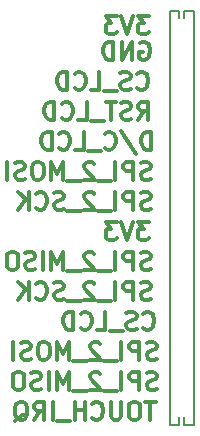
<source format=gbo>
G04 #@! TF.FileFunction,Legend,Bot*
%FSLAX46Y46*%
G04 Gerber Fmt 4.6, Leading zero omitted, Abs format (unit mm)*
G04 Created by KiCad (PCBNEW 4.0.6) date 09/11/17 10:51:36*
%MOMM*%
%LPD*%
G01*
G04 APERTURE LIST*
%ADD10C,0.100000*%
%ADD11C,0.300000*%
%ADD12C,0.150000*%
%ADD13C,1.524000*%
%ADD14C,3.200000*%
%ADD15R,1.850000X1.850000*%
%ADD16C,1.850000*%
%ADD17C,0.900000*%
%ADD18R,1.600000X1.200000*%
G04 APERTURE END LIST*
D10*
D11*
X197008001Y-83506571D02*
X196150858Y-83506571D01*
X196579429Y-85006571D02*
X196579429Y-83506571D01*
X195365144Y-83506571D02*
X195079430Y-83506571D01*
X194936572Y-83578000D01*
X194793715Y-83720857D01*
X194722287Y-84006571D01*
X194722287Y-84506571D01*
X194793715Y-84792286D01*
X194936572Y-84935143D01*
X195079430Y-85006571D01*
X195365144Y-85006571D01*
X195508001Y-84935143D01*
X195650858Y-84792286D01*
X195722287Y-84506571D01*
X195722287Y-84006571D01*
X195650858Y-83720857D01*
X195508001Y-83578000D01*
X195365144Y-83506571D01*
X194079429Y-83506571D02*
X194079429Y-84720857D01*
X194008001Y-84863714D01*
X193936572Y-84935143D01*
X193793715Y-85006571D01*
X193508001Y-85006571D01*
X193365143Y-84935143D01*
X193293715Y-84863714D01*
X193222286Y-84720857D01*
X193222286Y-83506571D01*
X191650857Y-84863714D02*
X191722286Y-84935143D01*
X191936572Y-85006571D01*
X192079429Y-85006571D01*
X192293714Y-84935143D01*
X192436572Y-84792286D01*
X192508000Y-84649429D01*
X192579429Y-84363714D01*
X192579429Y-84149429D01*
X192508000Y-83863714D01*
X192436572Y-83720857D01*
X192293714Y-83578000D01*
X192079429Y-83506571D01*
X191936572Y-83506571D01*
X191722286Y-83578000D01*
X191650857Y-83649429D01*
X191008000Y-85006571D02*
X191008000Y-83506571D01*
X191008000Y-84220857D02*
X190150857Y-84220857D01*
X190150857Y-85006571D02*
X190150857Y-83506571D01*
X189793714Y-85149429D02*
X188650857Y-85149429D01*
X188293714Y-85006571D02*
X188293714Y-83506571D01*
X186722285Y-85006571D02*
X187222285Y-84292286D01*
X187579428Y-85006571D02*
X187579428Y-83506571D01*
X187008000Y-83506571D01*
X186865142Y-83578000D01*
X186793714Y-83649429D01*
X186722285Y-83792286D01*
X186722285Y-84006571D01*
X186793714Y-84149429D01*
X186865142Y-84220857D01*
X187008000Y-84292286D01*
X187579428Y-84292286D01*
X185079428Y-85149429D02*
X185222285Y-85078000D01*
X185365142Y-84935143D01*
X185579428Y-84720857D01*
X185722285Y-84649429D01*
X185865142Y-84649429D01*
X185793714Y-85006571D02*
X185936571Y-84935143D01*
X186079428Y-84792286D01*
X186150857Y-84506571D01*
X186150857Y-84006571D01*
X186079428Y-83720857D01*
X185936571Y-83578000D01*
X185793714Y-83506571D01*
X185508000Y-83506571D01*
X185365142Y-83578000D01*
X185222285Y-83720857D01*
X185150857Y-84006571D01*
X185150857Y-84506571D01*
X185222285Y-84792286D01*
X185365142Y-84935143D01*
X185508000Y-85006571D01*
X185793714Y-85006571D01*
X197115143Y-82395143D02*
X196900857Y-82466571D01*
X196543714Y-82466571D01*
X196400857Y-82395143D01*
X196329428Y-82323714D01*
X196258000Y-82180857D01*
X196258000Y-82038000D01*
X196329428Y-81895143D01*
X196400857Y-81823714D01*
X196543714Y-81752286D01*
X196829428Y-81680857D01*
X196972286Y-81609429D01*
X197043714Y-81538000D01*
X197115143Y-81395143D01*
X197115143Y-81252286D01*
X197043714Y-81109429D01*
X196972286Y-81038000D01*
X196829428Y-80966571D01*
X196472286Y-80966571D01*
X196258000Y-81038000D01*
X195615143Y-82466571D02*
X195615143Y-80966571D01*
X195043715Y-80966571D01*
X194900857Y-81038000D01*
X194829429Y-81109429D01*
X194758000Y-81252286D01*
X194758000Y-81466571D01*
X194829429Y-81609429D01*
X194900857Y-81680857D01*
X195043715Y-81752286D01*
X195615143Y-81752286D01*
X194115143Y-82466571D02*
X194115143Y-80966571D01*
X193758000Y-82609429D02*
X192615143Y-82609429D01*
X192329429Y-81109429D02*
X192258000Y-81038000D01*
X192115143Y-80966571D01*
X191758000Y-80966571D01*
X191615143Y-81038000D01*
X191543714Y-81109429D01*
X191472286Y-81252286D01*
X191472286Y-81395143D01*
X191543714Y-81609429D01*
X192400857Y-82466571D01*
X191472286Y-82466571D01*
X191186572Y-82609429D02*
X190043715Y-82609429D01*
X189686572Y-82466571D02*
X189686572Y-80966571D01*
X189186572Y-82038000D01*
X188686572Y-80966571D01*
X188686572Y-82466571D01*
X187972286Y-82466571D02*
X187972286Y-80966571D01*
X187329429Y-82395143D02*
X187115143Y-82466571D01*
X186758000Y-82466571D01*
X186615143Y-82395143D01*
X186543714Y-82323714D01*
X186472286Y-82180857D01*
X186472286Y-82038000D01*
X186543714Y-81895143D01*
X186615143Y-81823714D01*
X186758000Y-81752286D01*
X187043714Y-81680857D01*
X187186572Y-81609429D01*
X187258000Y-81538000D01*
X187329429Y-81395143D01*
X187329429Y-81252286D01*
X187258000Y-81109429D01*
X187186572Y-81038000D01*
X187043714Y-80966571D01*
X186686572Y-80966571D01*
X186472286Y-81038000D01*
X185543715Y-80966571D02*
X185258001Y-80966571D01*
X185115143Y-81038000D01*
X184972286Y-81180857D01*
X184900858Y-81466571D01*
X184900858Y-81966571D01*
X184972286Y-82252286D01*
X185115143Y-82395143D01*
X185258001Y-82466571D01*
X185543715Y-82466571D01*
X185686572Y-82395143D01*
X185829429Y-82252286D01*
X185900858Y-81966571D01*
X185900858Y-81466571D01*
X185829429Y-81180857D01*
X185686572Y-81038000D01*
X185543715Y-80966571D01*
X197115143Y-79855143D02*
X196900857Y-79926571D01*
X196543714Y-79926571D01*
X196400857Y-79855143D01*
X196329428Y-79783714D01*
X196258000Y-79640857D01*
X196258000Y-79498000D01*
X196329428Y-79355143D01*
X196400857Y-79283714D01*
X196543714Y-79212286D01*
X196829428Y-79140857D01*
X196972286Y-79069429D01*
X197043714Y-78998000D01*
X197115143Y-78855143D01*
X197115143Y-78712286D01*
X197043714Y-78569429D01*
X196972286Y-78498000D01*
X196829428Y-78426571D01*
X196472286Y-78426571D01*
X196258000Y-78498000D01*
X195615143Y-79926571D02*
X195615143Y-78426571D01*
X195043715Y-78426571D01*
X194900857Y-78498000D01*
X194829429Y-78569429D01*
X194758000Y-78712286D01*
X194758000Y-78926571D01*
X194829429Y-79069429D01*
X194900857Y-79140857D01*
X195043715Y-79212286D01*
X195615143Y-79212286D01*
X194115143Y-79926571D02*
X194115143Y-78426571D01*
X193758000Y-80069429D02*
X192615143Y-80069429D01*
X192329429Y-78569429D02*
X192258000Y-78498000D01*
X192115143Y-78426571D01*
X191758000Y-78426571D01*
X191615143Y-78498000D01*
X191543714Y-78569429D01*
X191472286Y-78712286D01*
X191472286Y-78855143D01*
X191543714Y-79069429D01*
X192400857Y-79926571D01*
X191472286Y-79926571D01*
X191186572Y-80069429D02*
X190043715Y-80069429D01*
X189686572Y-79926571D02*
X189686572Y-78426571D01*
X189186572Y-79498000D01*
X188686572Y-78426571D01*
X188686572Y-79926571D01*
X187686572Y-78426571D02*
X187400858Y-78426571D01*
X187258000Y-78498000D01*
X187115143Y-78640857D01*
X187043715Y-78926571D01*
X187043715Y-79426571D01*
X187115143Y-79712286D01*
X187258000Y-79855143D01*
X187400858Y-79926571D01*
X187686572Y-79926571D01*
X187829429Y-79855143D01*
X187972286Y-79712286D01*
X188043715Y-79426571D01*
X188043715Y-78926571D01*
X187972286Y-78640857D01*
X187829429Y-78498000D01*
X187686572Y-78426571D01*
X186472286Y-79855143D02*
X186258000Y-79926571D01*
X185900857Y-79926571D01*
X185758000Y-79855143D01*
X185686571Y-79783714D01*
X185615143Y-79640857D01*
X185615143Y-79498000D01*
X185686571Y-79355143D01*
X185758000Y-79283714D01*
X185900857Y-79212286D01*
X186186571Y-79140857D01*
X186329429Y-79069429D01*
X186400857Y-78998000D01*
X186472286Y-78855143D01*
X186472286Y-78712286D01*
X186400857Y-78569429D01*
X186329429Y-78498000D01*
X186186571Y-78426571D01*
X185829429Y-78426571D01*
X185615143Y-78498000D01*
X184972286Y-79926571D02*
X184972286Y-78426571D01*
X195968571Y-77243714D02*
X196040000Y-77315143D01*
X196254286Y-77386571D01*
X196397143Y-77386571D01*
X196611428Y-77315143D01*
X196754286Y-77172286D01*
X196825714Y-77029429D01*
X196897143Y-76743714D01*
X196897143Y-76529429D01*
X196825714Y-76243714D01*
X196754286Y-76100857D01*
X196611428Y-75958000D01*
X196397143Y-75886571D01*
X196254286Y-75886571D01*
X196040000Y-75958000D01*
X195968571Y-76029429D01*
X195397143Y-77315143D02*
X195182857Y-77386571D01*
X194825714Y-77386571D01*
X194682857Y-77315143D01*
X194611428Y-77243714D01*
X194540000Y-77100857D01*
X194540000Y-76958000D01*
X194611428Y-76815143D01*
X194682857Y-76743714D01*
X194825714Y-76672286D01*
X195111428Y-76600857D01*
X195254286Y-76529429D01*
X195325714Y-76458000D01*
X195397143Y-76315143D01*
X195397143Y-76172286D01*
X195325714Y-76029429D01*
X195254286Y-75958000D01*
X195111428Y-75886571D01*
X194754286Y-75886571D01*
X194540000Y-75958000D01*
X194254286Y-77529429D02*
X193111429Y-77529429D01*
X192040000Y-77386571D02*
X192754286Y-77386571D01*
X192754286Y-75886571D01*
X190682857Y-77243714D02*
X190754286Y-77315143D01*
X190968572Y-77386571D01*
X191111429Y-77386571D01*
X191325714Y-77315143D01*
X191468572Y-77172286D01*
X191540000Y-77029429D01*
X191611429Y-76743714D01*
X191611429Y-76529429D01*
X191540000Y-76243714D01*
X191468572Y-76100857D01*
X191325714Y-75958000D01*
X191111429Y-75886571D01*
X190968572Y-75886571D01*
X190754286Y-75958000D01*
X190682857Y-76029429D01*
X190040000Y-77386571D02*
X190040000Y-75886571D01*
X189682857Y-75886571D01*
X189468572Y-75958000D01*
X189325714Y-76100857D01*
X189254286Y-76243714D01*
X189182857Y-76529429D01*
X189182857Y-76743714D01*
X189254286Y-77029429D01*
X189325714Y-77172286D01*
X189468572Y-77315143D01*
X189682857Y-77386571D01*
X190040000Y-77386571D01*
X196615142Y-74775143D02*
X196400856Y-74846571D01*
X196043713Y-74846571D01*
X195900856Y-74775143D01*
X195829427Y-74703714D01*
X195757999Y-74560857D01*
X195757999Y-74418000D01*
X195829427Y-74275143D01*
X195900856Y-74203714D01*
X196043713Y-74132286D01*
X196329427Y-74060857D01*
X196472285Y-73989429D01*
X196543713Y-73918000D01*
X196615142Y-73775143D01*
X196615142Y-73632286D01*
X196543713Y-73489429D01*
X196472285Y-73418000D01*
X196329427Y-73346571D01*
X195972285Y-73346571D01*
X195757999Y-73418000D01*
X195115142Y-74846571D02*
X195115142Y-73346571D01*
X194543714Y-73346571D01*
X194400856Y-73418000D01*
X194329428Y-73489429D01*
X194257999Y-73632286D01*
X194257999Y-73846571D01*
X194329428Y-73989429D01*
X194400856Y-74060857D01*
X194543714Y-74132286D01*
X195115142Y-74132286D01*
X193615142Y-74846571D02*
X193615142Y-73346571D01*
X193257999Y-74989429D02*
X192115142Y-74989429D01*
X191829428Y-73489429D02*
X191757999Y-73418000D01*
X191615142Y-73346571D01*
X191257999Y-73346571D01*
X191115142Y-73418000D01*
X191043713Y-73489429D01*
X190972285Y-73632286D01*
X190972285Y-73775143D01*
X191043713Y-73989429D01*
X191900856Y-74846571D01*
X190972285Y-74846571D01*
X190686571Y-74989429D02*
X189543714Y-74989429D01*
X189258000Y-74775143D02*
X189043714Y-74846571D01*
X188686571Y-74846571D01*
X188543714Y-74775143D01*
X188472285Y-74703714D01*
X188400857Y-74560857D01*
X188400857Y-74418000D01*
X188472285Y-74275143D01*
X188543714Y-74203714D01*
X188686571Y-74132286D01*
X188972285Y-74060857D01*
X189115143Y-73989429D01*
X189186571Y-73918000D01*
X189258000Y-73775143D01*
X189258000Y-73632286D01*
X189186571Y-73489429D01*
X189115143Y-73418000D01*
X188972285Y-73346571D01*
X188615143Y-73346571D01*
X188400857Y-73418000D01*
X186900857Y-74703714D02*
X186972286Y-74775143D01*
X187186572Y-74846571D01*
X187329429Y-74846571D01*
X187543714Y-74775143D01*
X187686572Y-74632286D01*
X187758000Y-74489429D01*
X187829429Y-74203714D01*
X187829429Y-73989429D01*
X187758000Y-73703714D01*
X187686572Y-73560857D01*
X187543714Y-73418000D01*
X187329429Y-73346571D01*
X187186572Y-73346571D01*
X186972286Y-73418000D01*
X186900857Y-73489429D01*
X186258000Y-74846571D02*
X186258000Y-73346571D01*
X185400857Y-74846571D02*
X186043714Y-73989429D01*
X185400857Y-73346571D02*
X186258000Y-74203714D01*
X196607143Y-72235143D02*
X196392857Y-72306571D01*
X196035714Y-72306571D01*
X195892857Y-72235143D01*
X195821428Y-72163714D01*
X195750000Y-72020857D01*
X195750000Y-71878000D01*
X195821428Y-71735143D01*
X195892857Y-71663714D01*
X196035714Y-71592286D01*
X196321428Y-71520857D01*
X196464286Y-71449429D01*
X196535714Y-71378000D01*
X196607143Y-71235143D01*
X196607143Y-71092286D01*
X196535714Y-70949429D01*
X196464286Y-70878000D01*
X196321428Y-70806571D01*
X195964286Y-70806571D01*
X195750000Y-70878000D01*
X195107143Y-72306571D02*
X195107143Y-70806571D01*
X194535715Y-70806571D01*
X194392857Y-70878000D01*
X194321429Y-70949429D01*
X194250000Y-71092286D01*
X194250000Y-71306571D01*
X194321429Y-71449429D01*
X194392857Y-71520857D01*
X194535715Y-71592286D01*
X195107143Y-71592286D01*
X193607143Y-72306571D02*
X193607143Y-70806571D01*
X193250000Y-72449429D02*
X192107143Y-72449429D01*
X191821429Y-70949429D02*
X191750000Y-70878000D01*
X191607143Y-70806571D01*
X191250000Y-70806571D01*
X191107143Y-70878000D01*
X191035714Y-70949429D01*
X190964286Y-71092286D01*
X190964286Y-71235143D01*
X191035714Y-71449429D01*
X191892857Y-72306571D01*
X190964286Y-72306571D01*
X190678572Y-72449429D02*
X189535715Y-72449429D01*
X189178572Y-72306571D02*
X189178572Y-70806571D01*
X188678572Y-71878000D01*
X188178572Y-70806571D01*
X188178572Y-72306571D01*
X187464286Y-72306571D02*
X187464286Y-70806571D01*
X186821429Y-72235143D02*
X186607143Y-72306571D01*
X186250000Y-72306571D01*
X186107143Y-72235143D01*
X186035714Y-72163714D01*
X185964286Y-72020857D01*
X185964286Y-71878000D01*
X186035714Y-71735143D01*
X186107143Y-71663714D01*
X186250000Y-71592286D01*
X186535714Y-71520857D01*
X186678572Y-71449429D01*
X186750000Y-71378000D01*
X186821429Y-71235143D01*
X186821429Y-71092286D01*
X186750000Y-70949429D01*
X186678572Y-70878000D01*
X186535714Y-70806571D01*
X186178572Y-70806571D01*
X185964286Y-70878000D01*
X185035715Y-70806571D02*
X184750001Y-70806571D01*
X184607143Y-70878000D01*
X184464286Y-71020857D01*
X184392858Y-71306571D01*
X184392858Y-71806571D01*
X184464286Y-72092286D01*
X184607143Y-72235143D01*
X184750001Y-72306571D01*
X185035715Y-72306571D01*
X185178572Y-72235143D01*
X185321429Y-72092286D01*
X185392858Y-71806571D01*
X185392858Y-71306571D01*
X185321429Y-71020857D01*
X185178572Y-70878000D01*
X185035715Y-70806571D01*
X196421142Y-68266571D02*
X195492571Y-68266571D01*
X195992571Y-68838000D01*
X195778285Y-68838000D01*
X195635428Y-68909429D01*
X195563999Y-68980857D01*
X195492571Y-69123714D01*
X195492571Y-69480857D01*
X195563999Y-69623714D01*
X195635428Y-69695143D01*
X195778285Y-69766571D01*
X196206857Y-69766571D01*
X196349714Y-69695143D01*
X196421142Y-69623714D01*
X195064000Y-68266571D02*
X194564000Y-69766571D01*
X194064000Y-68266571D01*
X193706857Y-68266571D02*
X192778286Y-68266571D01*
X193278286Y-68838000D01*
X193064000Y-68838000D01*
X192921143Y-68909429D01*
X192849714Y-68980857D01*
X192778286Y-69123714D01*
X192778286Y-69480857D01*
X192849714Y-69623714D01*
X192921143Y-69695143D01*
X193064000Y-69766571D01*
X193492572Y-69766571D01*
X193635429Y-69695143D01*
X193706857Y-69623714D01*
X196615142Y-67155143D02*
X196400856Y-67226571D01*
X196043713Y-67226571D01*
X195900856Y-67155143D01*
X195829427Y-67083714D01*
X195757999Y-66940857D01*
X195757999Y-66798000D01*
X195829427Y-66655143D01*
X195900856Y-66583714D01*
X196043713Y-66512286D01*
X196329427Y-66440857D01*
X196472285Y-66369429D01*
X196543713Y-66298000D01*
X196615142Y-66155143D01*
X196615142Y-66012286D01*
X196543713Y-65869429D01*
X196472285Y-65798000D01*
X196329427Y-65726571D01*
X195972285Y-65726571D01*
X195757999Y-65798000D01*
X195115142Y-67226571D02*
X195115142Y-65726571D01*
X194543714Y-65726571D01*
X194400856Y-65798000D01*
X194329428Y-65869429D01*
X194257999Y-66012286D01*
X194257999Y-66226571D01*
X194329428Y-66369429D01*
X194400856Y-66440857D01*
X194543714Y-66512286D01*
X195115142Y-66512286D01*
X193615142Y-67226571D02*
X193615142Y-65726571D01*
X193257999Y-67369429D02*
X192115142Y-67369429D01*
X191829428Y-65869429D02*
X191757999Y-65798000D01*
X191615142Y-65726571D01*
X191257999Y-65726571D01*
X191115142Y-65798000D01*
X191043713Y-65869429D01*
X190972285Y-66012286D01*
X190972285Y-66155143D01*
X191043713Y-66369429D01*
X191900856Y-67226571D01*
X190972285Y-67226571D01*
X190686571Y-67369429D02*
X189543714Y-67369429D01*
X189258000Y-67155143D02*
X189043714Y-67226571D01*
X188686571Y-67226571D01*
X188543714Y-67155143D01*
X188472285Y-67083714D01*
X188400857Y-66940857D01*
X188400857Y-66798000D01*
X188472285Y-66655143D01*
X188543714Y-66583714D01*
X188686571Y-66512286D01*
X188972285Y-66440857D01*
X189115143Y-66369429D01*
X189186571Y-66298000D01*
X189258000Y-66155143D01*
X189258000Y-66012286D01*
X189186571Y-65869429D01*
X189115143Y-65798000D01*
X188972285Y-65726571D01*
X188615143Y-65726571D01*
X188400857Y-65798000D01*
X186900857Y-67083714D02*
X186972286Y-67155143D01*
X187186572Y-67226571D01*
X187329429Y-67226571D01*
X187543714Y-67155143D01*
X187686572Y-67012286D01*
X187758000Y-66869429D01*
X187829429Y-66583714D01*
X187829429Y-66369429D01*
X187758000Y-66083714D01*
X187686572Y-65940857D01*
X187543714Y-65798000D01*
X187329429Y-65726571D01*
X187186572Y-65726571D01*
X186972286Y-65798000D01*
X186900857Y-65869429D01*
X186258000Y-67226571D02*
X186258000Y-65726571D01*
X185400857Y-67226571D02*
X186043714Y-66369429D01*
X185400857Y-65726571D02*
X186258000Y-66583714D01*
X196607143Y-64615143D02*
X196392857Y-64686571D01*
X196035714Y-64686571D01*
X195892857Y-64615143D01*
X195821428Y-64543714D01*
X195750000Y-64400857D01*
X195750000Y-64258000D01*
X195821428Y-64115143D01*
X195892857Y-64043714D01*
X196035714Y-63972286D01*
X196321428Y-63900857D01*
X196464286Y-63829429D01*
X196535714Y-63758000D01*
X196607143Y-63615143D01*
X196607143Y-63472286D01*
X196535714Y-63329429D01*
X196464286Y-63258000D01*
X196321428Y-63186571D01*
X195964286Y-63186571D01*
X195750000Y-63258000D01*
X195107143Y-64686571D02*
X195107143Y-63186571D01*
X194535715Y-63186571D01*
X194392857Y-63258000D01*
X194321429Y-63329429D01*
X194250000Y-63472286D01*
X194250000Y-63686571D01*
X194321429Y-63829429D01*
X194392857Y-63900857D01*
X194535715Y-63972286D01*
X195107143Y-63972286D01*
X193607143Y-64686571D02*
X193607143Y-63186571D01*
X193250000Y-64829429D02*
X192107143Y-64829429D01*
X191821429Y-63329429D02*
X191750000Y-63258000D01*
X191607143Y-63186571D01*
X191250000Y-63186571D01*
X191107143Y-63258000D01*
X191035714Y-63329429D01*
X190964286Y-63472286D01*
X190964286Y-63615143D01*
X191035714Y-63829429D01*
X191892857Y-64686571D01*
X190964286Y-64686571D01*
X190678572Y-64829429D02*
X189535715Y-64829429D01*
X189178572Y-64686571D02*
X189178572Y-63186571D01*
X188678572Y-64258000D01*
X188178572Y-63186571D01*
X188178572Y-64686571D01*
X187178572Y-63186571D02*
X186892858Y-63186571D01*
X186750000Y-63258000D01*
X186607143Y-63400857D01*
X186535715Y-63686571D01*
X186535715Y-64186571D01*
X186607143Y-64472286D01*
X186750000Y-64615143D01*
X186892858Y-64686571D01*
X187178572Y-64686571D01*
X187321429Y-64615143D01*
X187464286Y-64472286D01*
X187535715Y-64186571D01*
X187535715Y-63686571D01*
X187464286Y-63400857D01*
X187321429Y-63258000D01*
X187178572Y-63186571D01*
X185964286Y-64615143D02*
X185750000Y-64686571D01*
X185392857Y-64686571D01*
X185250000Y-64615143D01*
X185178571Y-64543714D01*
X185107143Y-64400857D01*
X185107143Y-64258000D01*
X185178571Y-64115143D01*
X185250000Y-64043714D01*
X185392857Y-63972286D01*
X185678571Y-63900857D01*
X185821429Y-63829429D01*
X185892857Y-63758000D01*
X185964286Y-63615143D01*
X185964286Y-63472286D01*
X185892857Y-63329429D01*
X185821429Y-63258000D01*
X185678571Y-63186571D01*
X185321429Y-63186571D01*
X185107143Y-63258000D01*
X184464286Y-64686571D02*
X184464286Y-63186571D01*
X196631143Y-62146571D02*
X196631143Y-60646571D01*
X196274000Y-60646571D01*
X196059715Y-60718000D01*
X195916857Y-60860857D01*
X195845429Y-61003714D01*
X195774000Y-61289429D01*
X195774000Y-61503714D01*
X195845429Y-61789429D01*
X195916857Y-61932286D01*
X196059715Y-62075143D01*
X196274000Y-62146571D01*
X196631143Y-62146571D01*
X194059715Y-60575143D02*
X195345429Y-62503714D01*
X192702571Y-62003714D02*
X192774000Y-62075143D01*
X192988286Y-62146571D01*
X193131143Y-62146571D01*
X193345428Y-62075143D01*
X193488286Y-61932286D01*
X193559714Y-61789429D01*
X193631143Y-61503714D01*
X193631143Y-61289429D01*
X193559714Y-61003714D01*
X193488286Y-60860857D01*
X193345428Y-60718000D01*
X193131143Y-60646571D01*
X192988286Y-60646571D01*
X192774000Y-60718000D01*
X192702571Y-60789429D01*
X192416857Y-62289429D02*
X191274000Y-62289429D01*
X190202571Y-62146571D02*
X190916857Y-62146571D01*
X190916857Y-60646571D01*
X188845428Y-62003714D02*
X188916857Y-62075143D01*
X189131143Y-62146571D01*
X189274000Y-62146571D01*
X189488285Y-62075143D01*
X189631143Y-61932286D01*
X189702571Y-61789429D01*
X189774000Y-61503714D01*
X189774000Y-61289429D01*
X189702571Y-61003714D01*
X189631143Y-60860857D01*
X189488285Y-60718000D01*
X189274000Y-60646571D01*
X189131143Y-60646571D01*
X188916857Y-60718000D01*
X188845428Y-60789429D01*
X188202571Y-62146571D02*
X188202571Y-60646571D01*
X187845428Y-60646571D01*
X187631143Y-60718000D01*
X187488285Y-60860857D01*
X187416857Y-61003714D01*
X187345428Y-61289429D01*
X187345428Y-61503714D01*
X187416857Y-61789429D01*
X187488285Y-61932286D01*
X187631143Y-62075143D01*
X187845428Y-62146571D01*
X188202571Y-62146571D01*
X195523999Y-59606571D02*
X196023999Y-58892286D01*
X196381142Y-59606571D02*
X196381142Y-58106571D01*
X195809714Y-58106571D01*
X195666856Y-58178000D01*
X195595428Y-58249429D01*
X195523999Y-58392286D01*
X195523999Y-58606571D01*
X195595428Y-58749429D01*
X195666856Y-58820857D01*
X195809714Y-58892286D01*
X196381142Y-58892286D01*
X194952571Y-59535143D02*
X194738285Y-59606571D01*
X194381142Y-59606571D01*
X194238285Y-59535143D01*
X194166856Y-59463714D01*
X194095428Y-59320857D01*
X194095428Y-59178000D01*
X194166856Y-59035143D01*
X194238285Y-58963714D01*
X194381142Y-58892286D01*
X194666856Y-58820857D01*
X194809714Y-58749429D01*
X194881142Y-58678000D01*
X194952571Y-58535143D01*
X194952571Y-58392286D01*
X194881142Y-58249429D01*
X194809714Y-58178000D01*
X194666856Y-58106571D01*
X194309714Y-58106571D01*
X194095428Y-58178000D01*
X193666857Y-58106571D02*
X192809714Y-58106571D01*
X193238285Y-59606571D02*
X193238285Y-58106571D01*
X192666857Y-59749429D02*
X191524000Y-59749429D01*
X190452571Y-59606571D02*
X191166857Y-59606571D01*
X191166857Y-58106571D01*
X189095428Y-59463714D02*
X189166857Y-59535143D01*
X189381143Y-59606571D01*
X189524000Y-59606571D01*
X189738285Y-59535143D01*
X189881143Y-59392286D01*
X189952571Y-59249429D01*
X190024000Y-58963714D01*
X190024000Y-58749429D01*
X189952571Y-58463714D01*
X189881143Y-58320857D01*
X189738285Y-58178000D01*
X189524000Y-58106571D01*
X189381143Y-58106571D01*
X189166857Y-58178000D01*
X189095428Y-58249429D01*
X188452571Y-59606571D02*
X188452571Y-58106571D01*
X188095428Y-58106571D01*
X187881143Y-58178000D01*
X187738285Y-58320857D01*
X187666857Y-58463714D01*
X187595428Y-58749429D01*
X187595428Y-58963714D01*
X187666857Y-59249429D01*
X187738285Y-59392286D01*
X187881143Y-59535143D01*
X188095428Y-59606571D01*
X188452571Y-59606571D01*
X195460571Y-56923714D02*
X195532000Y-56995143D01*
X195746286Y-57066571D01*
X195889143Y-57066571D01*
X196103428Y-56995143D01*
X196246286Y-56852286D01*
X196317714Y-56709429D01*
X196389143Y-56423714D01*
X196389143Y-56209429D01*
X196317714Y-55923714D01*
X196246286Y-55780857D01*
X196103428Y-55638000D01*
X195889143Y-55566571D01*
X195746286Y-55566571D01*
X195532000Y-55638000D01*
X195460571Y-55709429D01*
X194889143Y-56995143D02*
X194674857Y-57066571D01*
X194317714Y-57066571D01*
X194174857Y-56995143D01*
X194103428Y-56923714D01*
X194032000Y-56780857D01*
X194032000Y-56638000D01*
X194103428Y-56495143D01*
X194174857Y-56423714D01*
X194317714Y-56352286D01*
X194603428Y-56280857D01*
X194746286Y-56209429D01*
X194817714Y-56138000D01*
X194889143Y-55995143D01*
X194889143Y-55852286D01*
X194817714Y-55709429D01*
X194746286Y-55638000D01*
X194603428Y-55566571D01*
X194246286Y-55566571D01*
X194032000Y-55638000D01*
X193746286Y-57209429D02*
X192603429Y-57209429D01*
X191532000Y-57066571D02*
X192246286Y-57066571D01*
X192246286Y-55566571D01*
X190174857Y-56923714D02*
X190246286Y-56995143D01*
X190460572Y-57066571D01*
X190603429Y-57066571D01*
X190817714Y-56995143D01*
X190960572Y-56852286D01*
X191032000Y-56709429D01*
X191103429Y-56423714D01*
X191103429Y-56209429D01*
X191032000Y-55923714D01*
X190960572Y-55780857D01*
X190817714Y-55638000D01*
X190603429Y-55566571D01*
X190460572Y-55566571D01*
X190246286Y-55638000D01*
X190174857Y-55709429D01*
X189532000Y-57066571D02*
X189532000Y-55566571D01*
X189174857Y-55566571D01*
X188960572Y-55638000D01*
X188817714Y-55780857D01*
X188746286Y-55923714D01*
X188674857Y-56209429D01*
X188674857Y-56423714D01*
X188746286Y-56709429D01*
X188817714Y-56852286D01*
X188960572Y-56995143D01*
X189174857Y-57066571D01*
X189532000Y-57066571D01*
X195706857Y-53098000D02*
X195849714Y-53026571D01*
X196064000Y-53026571D01*
X196278285Y-53098000D01*
X196421143Y-53240857D01*
X196492571Y-53383714D01*
X196564000Y-53669429D01*
X196564000Y-53883714D01*
X196492571Y-54169429D01*
X196421143Y-54312286D01*
X196278285Y-54455143D01*
X196064000Y-54526571D01*
X195921143Y-54526571D01*
X195706857Y-54455143D01*
X195635428Y-54383714D01*
X195635428Y-53883714D01*
X195921143Y-53883714D01*
X194992571Y-54526571D02*
X194992571Y-53026571D01*
X194135428Y-54526571D01*
X194135428Y-53026571D01*
X193421142Y-54526571D02*
X193421142Y-53026571D01*
X193063999Y-53026571D01*
X192849714Y-53098000D01*
X192706856Y-53240857D01*
X192635428Y-53383714D01*
X192563999Y-53669429D01*
X192563999Y-53883714D01*
X192635428Y-54169429D01*
X192706856Y-54312286D01*
X192849714Y-54455143D01*
X193063999Y-54526571D01*
X193421142Y-54526571D01*
X196421142Y-50867571D02*
X195492571Y-50867571D01*
X195992571Y-51439000D01*
X195778285Y-51439000D01*
X195635428Y-51510429D01*
X195563999Y-51581857D01*
X195492571Y-51724714D01*
X195492571Y-52081857D01*
X195563999Y-52224714D01*
X195635428Y-52296143D01*
X195778285Y-52367571D01*
X196206857Y-52367571D01*
X196349714Y-52296143D01*
X196421142Y-52224714D01*
X195064000Y-50867571D02*
X194564000Y-52367571D01*
X194064000Y-50867571D01*
X193706857Y-50867571D02*
X192778286Y-50867571D01*
X193278286Y-51439000D01*
X193064000Y-51439000D01*
X192921143Y-51510429D01*
X192849714Y-51581857D01*
X192778286Y-51724714D01*
X192778286Y-52081857D01*
X192849714Y-52224714D01*
X192921143Y-52296143D01*
X193064000Y-52367571D01*
X193492572Y-52367571D01*
X193635429Y-52296143D01*
X193706857Y-52224714D01*
D12*
X198238000Y-50446600D02*
X198238000Y-85446600D01*
X200288000Y-50446600D02*
X200288000Y-85446600D01*
X200288000Y-50446600D02*
X199413000Y-50446600D01*
X200288000Y-85446600D02*
X199413000Y-85446600D01*
X199413000Y-50446600D02*
X199413000Y-51246600D01*
X199413000Y-85446600D02*
X199413000Y-84646600D01*
X199413000Y-51246600D02*
X198963000Y-51246600D01*
X199413000Y-84646600D02*
X198963000Y-84646600D01*
X198963000Y-51246600D02*
X198963000Y-50446600D01*
X198963000Y-84646600D02*
X198963000Y-85446600D01*
X198963000Y-50446600D02*
X198238000Y-50446600D01*
X198963000Y-85446600D02*
X198238000Y-85446600D01*
%LPC*%
D13*
X67184000Y-80708000D03*
X69184000Y-80708000D03*
X71184000Y-80708000D03*
X73184000Y-80708000D03*
X75184000Y-80708000D03*
X77184000Y-80708000D03*
X79184000Y-80708000D03*
X81184000Y-80708000D03*
X83184000Y-80708000D03*
X85184000Y-80708000D03*
X87184000Y-80708000D03*
X89184000Y-80708000D03*
X89184000Y-76708000D03*
X87184000Y-76708000D03*
X85184000Y-76708000D03*
X83184000Y-76708000D03*
X81184000Y-76708000D03*
X79184000Y-76708000D03*
X77184000Y-76708000D03*
X75184000Y-76708000D03*
X73184000Y-76708000D03*
X71184000Y-76708000D03*
X69184000Y-76708000D03*
X67184000Y-76708000D03*
D14*
X68580000Y-33909000D03*
X68580000Y-94869000D03*
X228219000Y-94742000D03*
D15*
X227584000Y-55927000D03*
D16*
X227584000Y-53427000D03*
X227584000Y-50927000D03*
X227584000Y-48427000D03*
X227584000Y-45927000D03*
X227584000Y-43427000D03*
X227584000Y-40927000D03*
D13*
X210187000Y-80645000D03*
X212187000Y-80645000D03*
X214187000Y-80645000D03*
X216187000Y-80645000D03*
X218187000Y-80645000D03*
X220187000Y-80645000D03*
X222187000Y-80645000D03*
X224187000Y-80645000D03*
X226187000Y-80645000D03*
X226187000Y-76645000D03*
X224187000Y-76645000D03*
X222187000Y-76645000D03*
X220187000Y-76645000D03*
X218187000Y-76645000D03*
X216187000Y-76645000D03*
X214187000Y-76645000D03*
X212187000Y-76645000D03*
X210187000Y-76645000D03*
X67232000Y-89884000D03*
X69232000Y-89884000D03*
X71232000Y-89884000D03*
X73232000Y-89884000D03*
X75232000Y-89884000D03*
X77232000Y-89884000D03*
X79232000Y-89884000D03*
X81232000Y-89884000D03*
X83232000Y-89884000D03*
X85232000Y-89884000D03*
X87232000Y-89884000D03*
X89232000Y-89884000D03*
X89232000Y-85884000D03*
X87232000Y-85884000D03*
X85232000Y-85884000D03*
X83232000Y-85884000D03*
X81232000Y-85884000D03*
X79232000Y-85884000D03*
X77232000Y-85884000D03*
X75232000Y-85884000D03*
X73232000Y-85884000D03*
X71232000Y-85884000D03*
X69232000Y-85884000D03*
X67232000Y-85884000D03*
X209235000Y-90614000D03*
X211235000Y-90614000D03*
X213235000Y-90614000D03*
X215235000Y-90614000D03*
X217235000Y-90614000D03*
X219235000Y-90614000D03*
X221235000Y-90614000D03*
X223235000Y-90614000D03*
X225235000Y-90614000D03*
X227235000Y-90614000D03*
X229235000Y-90614000D03*
X209235000Y-86614000D03*
X211235000Y-86614000D03*
X213235000Y-86614000D03*
X215235000Y-86614000D03*
X217235000Y-86614000D03*
X219235000Y-86614000D03*
X221235000Y-86614000D03*
X223235000Y-86614000D03*
X225235000Y-86614000D03*
X227235000Y-86614000D03*
X229235000Y-86614000D03*
D17*
X133690000Y-93145000D03*
X138090000Y-93145000D03*
D18*
X199263000Y-51696600D03*
X199263000Y-54196600D03*
X199263000Y-56696600D03*
X199263000Y-59196600D03*
X199263000Y-61696600D03*
X199263000Y-64196600D03*
X199263000Y-66696600D03*
X199263000Y-69196600D03*
X199263000Y-71696600D03*
X199263000Y-74196600D03*
X199263000Y-76696600D03*
X199263000Y-79196600D03*
X199263000Y-81696600D03*
X199263000Y-84196600D03*
D14*
X228219000Y-34036000D03*
M02*

</source>
